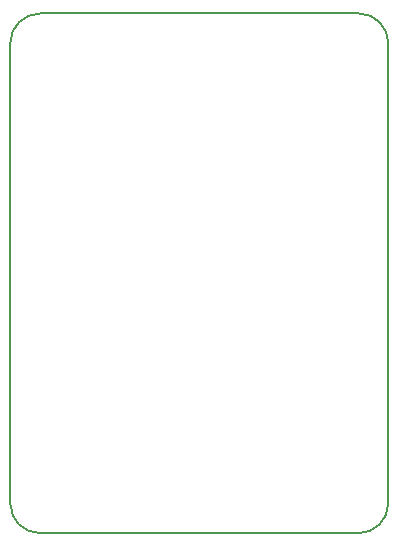
<source format=gbr>
G04 DipTrace 3.1.0.1*
G04 lt3757_nixie_power_supply_nosnub-route-5.BoardOutline.gbr*
%MOIN*%
G04 #@! TF.FileFunction,Profile*
G04 #@! TF.Part,Single*
%ADD11C,0.005512*%
%FSLAX26Y26*%
G04*
G70*
G90*
G75*
G01*
G04 BoardOutline*
%LPD*%
X492441Y394016D2*
D11*
X1555433D1*
G03X1653858Y492441I0J98425D01*
G01*
Y2027874D1*
G03X1555433Y2126299I-98425J0D01*
G01*
X492441D1*
G03X394016Y2027874I0J-98425D01*
G01*
Y492441D1*
G03X492441Y394016I98425J0D01*
G01*
M02*

</source>
